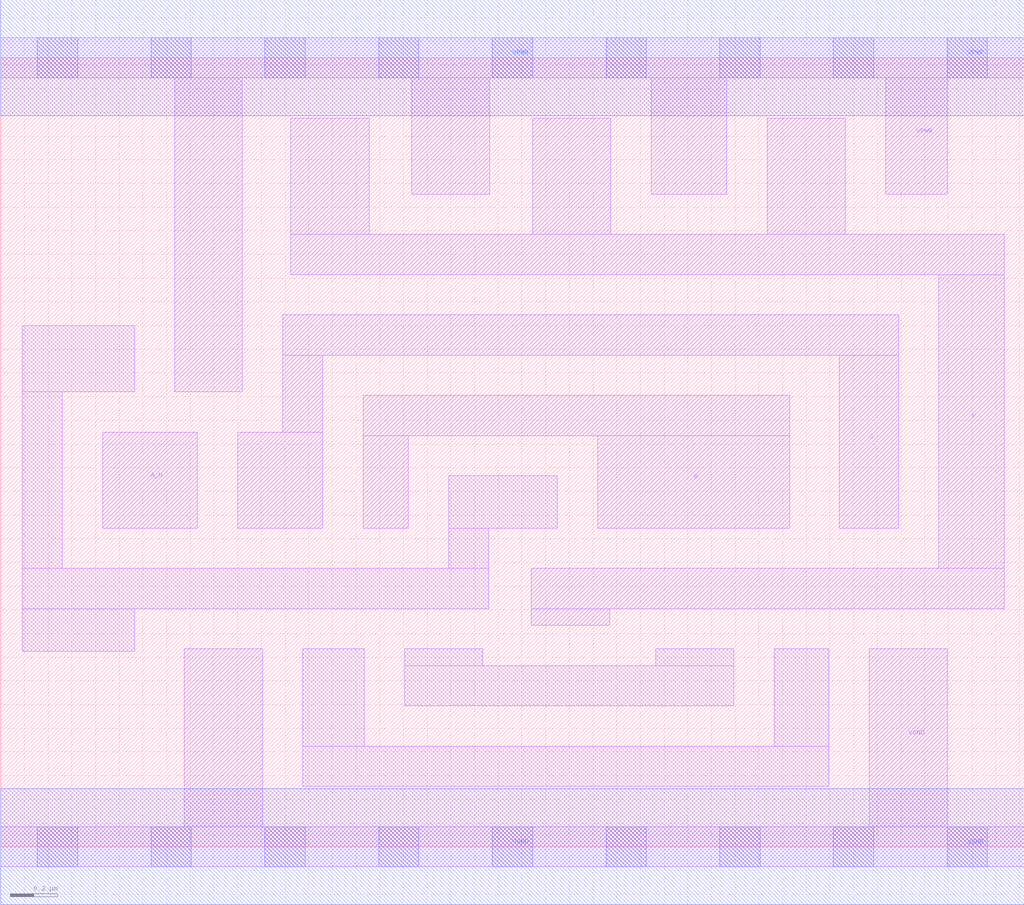
<source format=lef>
# Copyright 2020 The SkyWater PDK Authors
#
# Licensed under the Apache License, Version 2.0 (the "License");
# you may not use this file except in compliance with the License.
# You may obtain a copy of the License at
#
#     https://www.apache.org/licenses/LICENSE-2.0
#
# Unless required by applicable law or agreed to in writing, software
# distributed under the License is distributed on an "AS IS" BASIS,
# WITHOUT WARRANTIES OR CONDITIONS OF ANY KIND, either express or implied.
# See the License for the specific language governing permissions and
# limitations under the License.
#
# SPDX-License-Identifier: Apache-2.0

VERSION 5.7 ;
  NAMESCASESENSITIVE ON ;
  NOWIREEXTENSIONATPIN ON ;
  DIVIDERCHAR "/" ;
  BUSBITCHARS "[]" ;
UNITS
  DATABASE MICRONS 200 ;
END UNITS
MACRO sky130_fd_sc_lp__nand3b_2
  CLASS CORE ;
  SOURCE USER ;
  FOREIGN sky130_fd_sc_lp__nand3b_2 ;
  ORIGIN  0.000000  0.000000 ;
  SIZE  4.320000 BY  3.330000 ;
  SYMMETRY X Y R90 ;
  SITE unit ;
  PIN A_N
    ANTENNAGATEAREA  0.126000 ;
    DIRECTION INPUT ;
    USE SIGNAL ;
    PORT
      LAYER li1 ;
        RECT 0.430000 1.345000 0.830000 1.750000 ;
    END
  END A_N
  PIN B
    ANTENNAGATEAREA  0.630000 ;
    DIRECTION INPUT ;
    USE SIGNAL ;
    PORT
      LAYER li1 ;
        RECT 1.530000 1.345000 1.720000 1.735000 ;
        RECT 1.530000 1.735000 3.330000 1.905000 ;
        RECT 2.520000 1.345000 3.330000 1.735000 ;
    END
  END B
  PIN C
    ANTENNAGATEAREA  0.630000 ;
    DIRECTION INPUT ;
    USE SIGNAL ;
    PORT
      LAYER li1 ;
        RECT 1.000000 1.345000 1.360000 1.750000 ;
        RECT 1.190000 1.750000 1.360000 2.075000 ;
        RECT 1.190000 2.075000 3.790000 2.245000 ;
        RECT 3.540000 1.345000 3.790000 2.075000 ;
    END
  END C
  PIN Y
    ANTENNADIFFAREA  1.453200 ;
    DIRECTION OUTPUT ;
    USE SIGNAL ;
    PORT
      LAYER li1 ;
        RECT 1.225000 2.415000 4.235000 2.585000 ;
        RECT 1.225000 2.585000 1.555000 3.075000 ;
        RECT 2.240000 0.935000 2.570000 1.005000 ;
        RECT 2.240000 1.005000 4.235000 1.175000 ;
        RECT 2.245000 2.585000 2.575000 3.075000 ;
        RECT 3.235000 2.585000 3.565000 3.075000 ;
        RECT 3.960000 1.175000 4.235000 2.415000 ;
    END
  END Y
  PIN VGND
    DIRECTION INOUT ;
    USE GROUND ;
    PORT
      LAYER li1 ;
        RECT 0.000000 -0.085000 4.320000 0.085000 ;
        RECT 0.775000  0.085000 1.105000 0.835000 ;
        RECT 3.665000  0.085000 3.995000 0.835000 ;
      LAYER mcon ;
        RECT 0.155000 -0.085000 0.325000 0.085000 ;
        RECT 0.635000 -0.085000 0.805000 0.085000 ;
        RECT 1.115000 -0.085000 1.285000 0.085000 ;
        RECT 1.595000 -0.085000 1.765000 0.085000 ;
        RECT 2.075000 -0.085000 2.245000 0.085000 ;
        RECT 2.555000 -0.085000 2.725000 0.085000 ;
        RECT 3.035000 -0.085000 3.205000 0.085000 ;
        RECT 3.515000 -0.085000 3.685000 0.085000 ;
        RECT 3.995000 -0.085000 4.165000 0.085000 ;
      LAYER met1 ;
        RECT 0.000000 -0.245000 4.320000 0.245000 ;
    END
  END VGND
  PIN VPWR
    DIRECTION INOUT ;
    USE POWER ;
    PORT
      LAYER li1 ;
        RECT 0.000000 3.245000 4.320000 3.415000 ;
        RECT 0.735000 1.920000 1.020000 3.245000 ;
        RECT 1.735000 2.755000 2.065000 3.245000 ;
        RECT 2.745000 2.755000 3.065000 3.245000 ;
        RECT 3.735000 2.755000 3.995000 3.245000 ;
      LAYER mcon ;
        RECT 0.155000 3.245000 0.325000 3.415000 ;
        RECT 0.635000 3.245000 0.805000 3.415000 ;
        RECT 1.115000 3.245000 1.285000 3.415000 ;
        RECT 1.595000 3.245000 1.765000 3.415000 ;
        RECT 2.075000 3.245000 2.245000 3.415000 ;
        RECT 2.555000 3.245000 2.725000 3.415000 ;
        RECT 3.035000 3.245000 3.205000 3.415000 ;
        RECT 3.515000 3.245000 3.685000 3.415000 ;
        RECT 3.995000 3.245000 4.165000 3.415000 ;
      LAYER met1 ;
        RECT 0.000000 3.085000 4.320000 3.575000 ;
    END
  END VPWR
  OBS
    LAYER li1 ;
      RECT 0.090000 0.825000 0.565000 1.005000 ;
      RECT 0.090000 1.005000 2.060000 1.175000 ;
      RECT 0.090000 1.175000 0.260000 1.920000 ;
      RECT 0.090000 1.920000 0.565000 2.200000 ;
      RECT 1.275000 0.255000 3.495000 0.425000 ;
      RECT 1.275000 0.425000 1.535000 0.835000 ;
      RECT 1.705000 0.595000 3.095000 0.765000 ;
      RECT 1.705000 0.765000 2.035000 0.835000 ;
      RECT 1.890000 1.175000 2.060000 1.345000 ;
      RECT 1.890000 1.345000 2.350000 1.565000 ;
      RECT 2.765000 0.765000 3.095000 0.835000 ;
      RECT 3.265000 0.425000 3.495000 0.835000 ;
  END
END sky130_fd_sc_lp__nand3b_2

</source>
